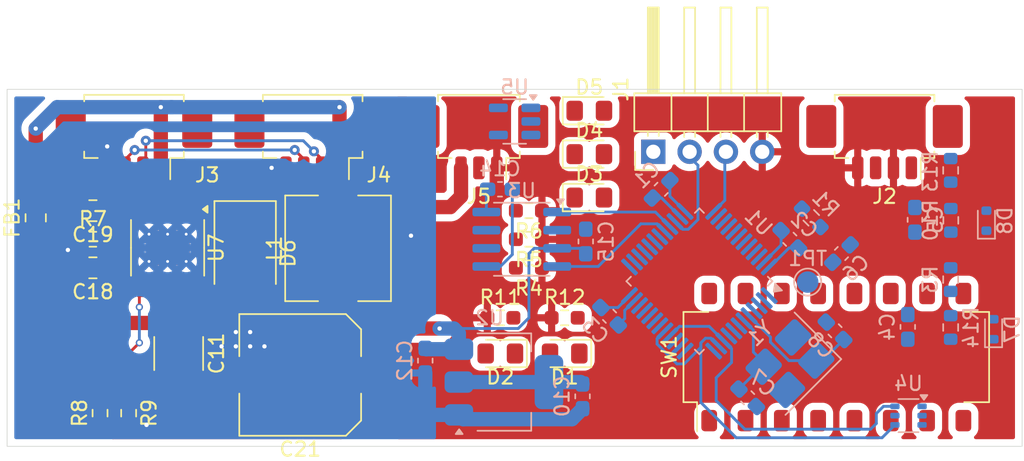
<source format=kicad_pcb>
(kicad_pcb
	(version 20241229)
	(generator "pcbnew")
	(generator_version "9.0")
	(general
		(thickness 1.6)
		(legacy_teardrops no)
	)
	(paper "A4")
	(layers
		(0 "F.Cu" signal)
		(2 "B.Cu" signal)
		(9 "F.Adhes" user "F.Adhesive")
		(11 "B.Adhes" user "B.Adhesive")
		(13 "F.Paste" user)
		(15 "B.Paste" user)
		(5 "F.SilkS" user "F.Silkscreen")
		(7 "B.SilkS" user "B.Silkscreen")
		(1 "F.Mask" user)
		(3 "B.Mask" user)
		(17 "Dwgs.User" user "User.Drawings")
		(19 "Cmts.User" user "User.Comments")
		(21 "Eco1.User" user "User.Eco1")
		(23 "Eco2.User" user "User.Eco2")
		(25 "Edge.Cuts" user)
		(27 "Margin" user)
		(31 "F.CrtYd" user "F.Courtyard")
		(29 "B.CrtYd" user "B.Courtyard")
		(35 "F.Fab" user)
		(33 "B.Fab" user)
		(39 "User.1" user)
		(41 "User.2" user)
		(43 "User.3" user)
		(45 "User.4" user)
	)
	(setup
		(pad_to_mask_clearance 0)
		(allow_soldermask_bridges_in_footprints no)
		(tenting front back)
		(pcbplotparams
			(layerselection 0x00000000_00000000_55555555_5755f5ff)
			(plot_on_all_layers_selection 0x00000000_00000000_00000000_00000000)
			(disableapertmacros no)
			(usegerberextensions no)
			(usegerberattributes yes)
			(usegerberadvancedattributes yes)
			(creategerberjobfile yes)
			(dashed_line_dash_ratio 12.000000)
			(dashed_line_gap_ratio 3.000000)
			(svgprecision 4)
			(plotframeref no)
			(mode 1)
			(useauxorigin no)
			(hpglpennumber 1)
			(hpglpenspeed 20)
			(hpglpendiameter 15.000000)
			(pdf_front_fp_property_popups yes)
			(pdf_back_fp_property_popups yes)
			(pdf_metadata yes)
			(pdf_single_document no)
			(dxfpolygonmode yes)
			(dxfimperialunits yes)
			(dxfusepcbnewfont yes)
			(psnegative no)
			(psa4output no)
			(plot_black_and_white yes)
			(sketchpadsonfab no)
			(plotpadnumbers no)
			(hidednponfab no)
			(sketchdnponfab yes)
			(crossoutdnponfab yes)
			(subtractmaskfromsilk no)
			(outputformat 1)
			(mirror no)
			(drillshape 1)
			(scaleselection 1)
			(outputdirectory "")
		)
	)
	(net 0 "")
	(net 1 "GND")
	(net 2 "+3.3V")
	(net 3 "/NRST")
	(net 4 "/OSC_OUT")
	(net 5 "/OSC_IN")
	(net 6 "V_IN")
	(net 7 "+5V")
	(net 8 "Net-(U7-COMP)")
	(net 9 "Net-(C19-Pad2)")
	(net 10 "/STATUS_LED1")
	(net 11 "/STATUS_LED1_K")
	(net 12 "/STATUS_LED2")
	(net 13 "/STATUS_LED2_K")
	(net 14 "/STATUS_LED3")
	(net 15 "/STATUS_LED3_K")
	(net 16 "/Reg3.3Sw")
	(net 17 "/SWDIO")
	(net 18 "/SWCLK")
	(net 19 "unconnected-(U1-PB10-Pad21)")
	(net 20 "/CAN+")
	(net 21 "/CAN-")
	(net 22 "Net-(J5-Pin_2)")
	(net 23 "/BOOT0")
	(net 24 "Net-(U7-FB)")
	(net 25 "/CFG6")
	(net 26 "/CFG2")
	(net 27 "/CFG7")
	(net 28 "/CFG1")
	(net 29 "/CFG5")
	(net 30 "/CFG4")
	(net 31 "/CFG3")
	(net 32 "/CFG0")
	(net 33 "/BUTTON_CONTACT_2")
	(net 34 "unconnected-(U1-PB13-Pad26)")
	(net 35 "/LED_DATA")
	(net 36 "/BUTTON_CONTACT_1")
	(net 37 "unconnected-(U1-PA4-Pad14)")
	(net 38 "unconnected-(U1-PA15-Pad38)")
	(net 39 "unconnected-(U1-PA2-Pad12)")
	(net 40 "unconnected-(U1-PB12-Pad25)")
	(net 41 "unconnected-(U1-PB14-Pad27)")
	(net 42 "unconnected-(U1-PB9-Pad46)")
	(net 43 "/CAN_TX")
	(net 44 "unconnected-(U1-PB8-Pad45)")
	(net 45 "unconnected-(U1-PA9-Pad30)")
	(net 46 "unconnected-(U1-PA3-Pad13)")
	(net 47 "unconnected-(U1-PB11-Pad22)")
	(net 48 "unconnected-(U1-PB15-Pad28)")
	(net 49 "unconnected-(U1-PA10-Pad31)")
	(net 50 "unconnected-(U1-PA5-Pad15)")
	(net 51 "/CAN_RX")
	(net 52 "unconnected-(U5-NC-Pad1)")
	(net 53 "unconnected-(U7-VREF-Pad6)")
	(net 54 "unconnected-(U7-SYNC-Pad2)")
	(net 55 "/PWR_LED_3.3_K")
	(net 56 "/PWR_LED_5_K")
	(net 57 "/V_BUS")
	(net 58 "Net-(D7-K)")
	(net 59 "Net-(D8-A)")
	(net 60 "Net-(D8-K)")
	(net 61 "Net-(D7-A)")
	(footprint "Resistor_SMD:R_0603_1608Metric_Pad0.98x0.95mm_HandSolder" (layer "F.Cu") (at 61.5 35.5 180))
	(footprint "Capacitor_SMD:C_1812_4532Metric_Pad1.57x3.40mm_HandSolder" (layer "F.Cu") (at 36.999999 43.499999 -90))
	(footprint "Connector_Molex:Molex_PicoBlade_53261-0471_1x04-1MP_P1.25mm_Horizontal" (layer "F.Cu") (at 86.375 28.1 180))
	(footprint "LED_SMD:LED_0805_2012Metric_Pad1.15x1.40mm_HandSolder" (layer "F.Cu") (at 64 43.499999 180))
	(footprint "Resistor_SMD:R_0603_1608Metric" (layer "F.Cu") (at 33.5 47.675 -90))
	(footprint "Resistor_SMD:R_0603_1608Metric" (layer "F.Cu") (at 31.5 47.675 90))
	(footprint "LED_SMD:LED_0805_2012Metric_Pad1.15x1.40mm_HandSolder" (layer "F.Cu") (at 65.725001 26.5))
	(footprint "Capacitor_SMD:C_0805_2012Metric_Pad1.18x1.45mm_HandSolder" (layer "F.Cu") (at 31 37.5 180))
	(footprint "Diode_SMD:D_SMB" (layer "F.Cu") (at 41.649999 36.484997 -90))
	(footprint "Package_SO:HSOP-8-1EP_3.9x4.9mm_P1.27mm_EP2.41x3.1mm_ThermalVias" (layer "F.Cu") (at 36.224999 36.099999 -90))
	(footprint "Resistor_SMD:R_0603_1608Metric_Pad0.98x0.95mm_HandSolder" (layer "F.Cu") (at 61.5 37.5 180))
	(footprint "LED_SMD:LED_0805_2012Metric_Pad1.15x1.40mm_HandSolder" (layer "F.Cu") (at 65.725002 29.540001))
	(footprint "Connector_Molex:Molex_PicoBlade_53261-0471_1x04-1MP_P1.25mm_Horizontal" (layer "F.Cu") (at 33.875 28.1 180))
	(footprint "Connector_Molex:Molex_PicoBlade_53261-0371_1x03-1MP_P1.25mm_Horizontal" (layer "F.Cu") (at 58 28.1 180))
	(footprint "Resistor_SMD:R_0603_1608Metric_Pad0.98x0.95mm_HandSolder" (layer "F.Cu") (at 61.5 33.5 180))
	(footprint "Inductor_SMD:L_7.3x7.3_H3.5" (layer "F.Cu") (at 48.15 36.134998 90))
	(footprint "Connector_PinHeader_2.54mm:PinHeader_1x04_P2.54mm_Horizontal" (layer "F.Cu") (at 70.2 29.375 90))
	(footprint "Resistor_SMD:R_0603_1608Metric_Pad0.98x0.95mm_HandSolder" (layer "F.Cu") (at 59.5 41))
	(footprint "Resistor_SMD:R_0603_1608Metric" (layer "F.Cu") (at 31 35.5))
	(footprint "Connector_Molex:Molex_PicoBlade_53261-0471_1x04-1MP_P1.25mm_Horizontal" (layer "F.Cu") (at 46.375 28.1 180))
	(footprint "Capacitor_SMD:C_Elec_8x10.2" (layer "F.Cu") (at 45.5 45 180))
	(footprint "Button_Switch_SMD:SW_DIP_SPSTx08_Slide_Omron_A6S-810x_W8.9mm_P2.54mm" (layer "F.Cu") (at 83 43.75 90))
	(footprint "Inductor_SMD:L_0805_2012Metric_Pad1.15x1.40mm_HandSolder" (layer "F.Cu") (at 27 34 90))
	(footprint "Capacitor_SMD:C_0805_2012Metric_Pad1.18x1.45mm_HandSolder" (layer "F.Cu") (at 31 33.5 180))
	(footprint "Resistor_SMD:R_0603_1608Metric_Pad0.98x0.95mm_HandSolder" (layer "F.Cu") (at 64 41.000001))
	(footprint "LED_SMD:LED_0805_2012Metric_Pad1.15x1.40mm_HandSolder" (layer "F.Cu") (at 65.725002 32.58))
	(footprint "LED_SMD:LED_0805_2012Metric_Pad1.15x1.40mm_HandSolder" (layer "F.Cu") (at 59.5 43.5 180))
	(footprint "Resistor_SMD:R_0603_1608Metric" (layer "B.Cu") (at 91 38.325 -90))
	(footprint "Resistor_SMD:R_0603_1608Metric" (layer "B.Cu") (at 91 41.675 90))
	(footprint "Capacitor_SMD:C_0603_1608Metric_Pad1.08x0.95mm_HandSolder" (layer "B.Cu") (at 88.5 34.1375 90))
	(footprint "Capacitor_SMD:C_0603_1608Metric_Pad1.08x0.95mm_HandSolder" (layer "B.Cu") (at 83.3625 36.5 45))
	(footprint "Capacitor_SMD:C_0603_1608Metric_Pad1.08x0.95mm_HandSolder" (layer "B.Cu") (at 82.911522 41.912132 -45))
	(footprint "Capacitor_SMD:C_0603_1608Metric_Pad1.08x0.95mm_HandSolder" (layer "B.Cu") (at 59.475 32 180))
	(footprint "Resistor_SMD:R_0603_1608Metric" (layer "B.Cu") (at 91 30.675 -90))
	(footprint "Diode_SMD:D_SOD-523"
		(layer "B.Cu")
		(uuid "38257f32-0173-4799-8e89-f4eec13c981f")
		(at 94 41.8 90)
		(descr "http://www.diodes.com/datasheets/ap02001.pdf p.144")
		(tags "Diode SOD523")
		(property "Reference" "D7"
			(at 0 1.3 90)
			(layer "B.SilkS")
			(uuid "cacee014-abb4-4474-a504-63ad88ad1b30")
			(effects
				(font
					(size 1 1)
					(thickness 0.15)
				)
				(justify mirror)
			)
		)
		(property "Value" "D"
			(at 0 -1.4 90)
			(layer "B.Fab")
			(uuid "e7d87df3-ba04-42b2-9cc9-c307c2032c09")
			(effects
				(font
					(size 1 1)
					(thickness 0.15)
				)
				(justify mirror)
			)
		)
		(property "Datasheet" ""
			(at 0 0 270)
			(unlocked yes)
			(layer "B.Fab")
			(hide yes)
			(uuid "7e0c2924-d41e-402d-a774-bf7de9e81357")
			(effects
				(font
					(size 1.27 1.27)
					(thickness 0.15)
				)
				(justify mirror)
			)
		)
		(property "Description" "Diode"
			(at 0 0 270)
			(unlocked yes)
			(layer "B.Fab")
			(hide yes)
			(uuid "83371f26-f683-474f-b59e-a62d35b24508")
			(effects
				(font
					(size 1.27 1.27)
					(thickness 0.15)
				)
				(justify mirror)
			)
		)
		(property "Sim.Device" "D"
			(at 0 0 270)
			(unlocked yes)
			(layer "B.Fab")
			(hide yes)
			(uuid "6aaf507e-eeb7-4021-a023-ef091d76b1fc")
			(effects
				(font
					(size 1 1)
					(thickness 0.15)
				)
				(justify mirror)
			)
		)
		(property "Sim.Pins" "1=K 2=A"
			(at 0 0 270)
			(unlocked yes)
			(layer "B.Fab")
			(hide yes)
			(uuid "7446b67f-0a42-458a-859e-2700e67ba58b")
			(effects
				(font
					(size 1 1)
					(thickness 0.15)
				)
				(justify mirror)
			)
		)
		(property ki_fp_filters "TO-???* *_Diode_* *SingleDiode* D_*")
		(path "/1050bb01-d078-48be-bdd1-ba8ca40867f3")
		(sheetname "/")
		(sheetfile "buzzer_pcb.kicad_sch")
		(attr smd)
		(fp_line
			(start 0.7 -0.6)
			(end -1.26 -0.6)
			(stroke
				(width 0.12)
				(type solid)
			)
			(layer "B.SilkS")
			(uuid "5c7ce1ed-bec0-4f12-9258-4ffdbe0d590d")
		)
		(fp_line
			(start 0.7 0.6)
			(end -1.26 0.6)
			(stroke
				(width 0.12)
				(type solid)
			)
			(layer "B.SilkS")
			(uuid "f54cb172-048c-4c8f-ac47-977fd8cbdc64")
		)
		(fp_line
			(start -1.26 0.6)
			(end -1.26 -0.6)
			(stroke
				(width 0.12)
				(type solid)
			)
			(layer "B.SilkS")
			(uuid "ff99a3d7-8b67-4359-bc85-0f8c80d912f6")
		)
		(fp_line
			(start 1.25 -0.7)
			(end -1.25 -0.7)
			(stroke
				(width 0.05)
				(type solid)
			)
			(layer "B.CrtYd")
			(uuid "df2f5f58-21b1-4dfd-98a0-4fd40d70fa7d")
		)
		(fp_line
			(start -1.25 -0.7)
			(end -1.25 0.7)
			(stroke
				(width 0.05)
				(type solid)
			)
			(layer "B.CrtYd")
			(uuid "b865f2de-7948-45bb-95b5-0d2e014131dc")
		)
		(fp_line
			(start 1.25 0.7)
			(end 1.25 -0.7)
			(stroke
				(width 0.05)
				(type solid)
			)
			(layer "B.CrtYd")
			(uuid "dc2526dd-e958-4109-ad1a-1eaa4761161f")
		)
		(fp_line
			(start -1.25 0.7)
			(end 1.25 0.7)
			(stroke
				(width 0.05)
				(type solid)
			)
			(layer "B.CrtYd")
			(uuid "00ad606e-eb2c-42b6-a7b8-0d266439bb73")
		)
		(fp_line
			(start 0.65 -0.45)
			(end -0.65 -0.45)
			(stroke
				(width 0.1)
				(type solid)
			)
			(layer "B.Fab")
			(uuid "5f517c59-e1a3-4076-af8c-3c57c2286da3")
		)
		(fp_line
			(start -0.65 -0.45)
			(end -0.65 0.45)
			(stroke
				(width 0.1)
				(type solid)
			)
			(layer "B.Fab")
			(uuid "1779408e-2a2c-4e42-a150-5de9abae2ce3")
		)
		(fp_line
			(start 0.1 -0.2)
			(end 0.1 0.2)
			(stroke
				(width 0.1)
				(type solid)
			)
			(layer "B.Fab")
			(uuid "0a2327ac-1305-427b-975c-fcaeb9512d30")
		)
		(fp_line
			(start -0.2 -0.2)
			(end -0.2 0.2)
			(stroke
				(width 0.1)
				(type solid)
			)
			(layer "B.Fab")
			(uuid "836cc810-d19d-4c1a-b5cd-631ffd7237ea")
		)
		(fp_line
			(start 0.1 0)
			(end 0.25 0)
			(stroke
				(width 0.1)
				(type solid)
			)
			(layer "B.Fab")
			(uuid "eb886c28-1a78-42d8-99bc-26a123c985c7")
		)
		(fp_line
			(start -0.2 0)
			(end 0.1 -0.2)
			(stroke
				(width 0.1)
				(type solid)
			)
			(layer "B.Fab")
			(uuid "b941c92e-c60c-47f6-bd19-6eb9257b15ca")
		)
		(fp_line
			(start -0.2 0)
			(end -0.35 0)
			(stroke
				(width 0.1)
				(type solid)
			)
			(layer "B.Fab")
			(uuid "743922d0-2096-4ddd-b794-a0794a368690")
		)
		(fp_line
			(start 0.1 0.2)
			(end -0.2 0)
			(stroke
				(width 0.1)
				(type solid)
			)
			(layer "B.Fab")
			(uuid "20b8f107-9b86-4f8b-92aa-4f1d5526fb66")
		)
		(fp_line
			(start 0.65 0.45)
			(end 0.65 -0.45)
			(stroke
				(width 0.1)
				(type solid)
			)
			(layer "B.Fab")
			(uuid "849dd644-ee0d-4810-b435-31e630c95b5e")
		)
		(fp_line
			(start -0.65 0.45)
			(end 0.65 0.45)
			(stroke
				(width 0.1)
				(type solid)
			)
			(l
... [213063 chars truncated]
</source>
